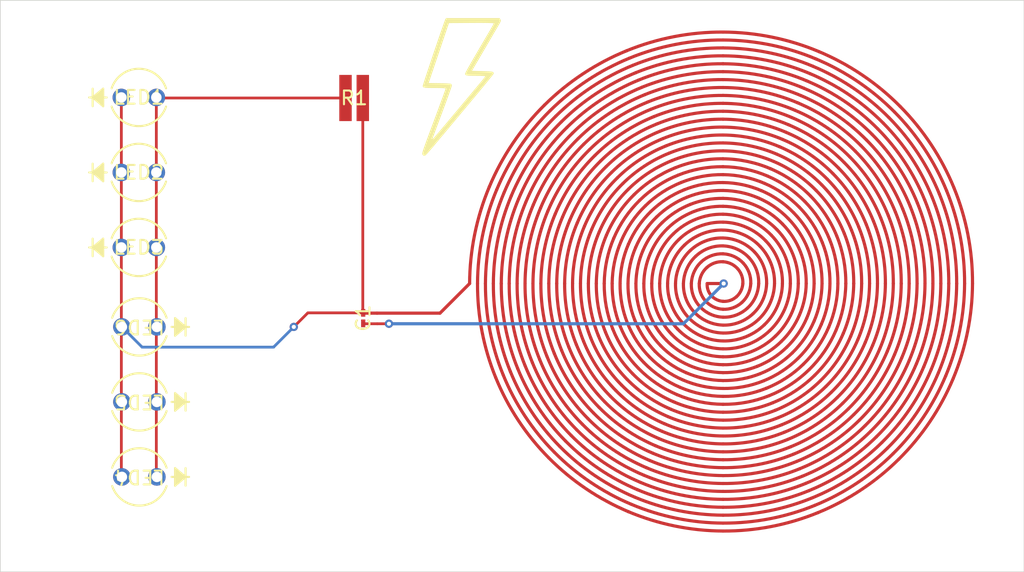
<source format=kicad_pcb>
(kicad_pcb (version 20240108) (generator "pcbnew") (generator_version "8.0")
  (layers (0 "F.Cu" signal) (31 "B.Cu" signal) (34 "B.Paste" user) (35 "F.Paste" user) (36 "B.SilkS" user "B.Silkscreen") (37 "F.SilkS" user "F.Silkscreen") (38 "B.Mask" user) (39 "F.Mask" user) (44 "Edge.Cuts" user))
  (net 0 "")
  (net 1 "/Coil")
  (net 2 "Net-(LED1-Pad2)")
  (footprint "LOGO" (layer "F.Cu") (at 135.19 58.58)
    (property "Reference" "G***" (hide yes))
    (property "Value" "LOGO" (hide yes))
  )
  (footprint "wireless-power-footprints:LED_BS03000_WRE" (layer "F.Cu") (at 110.50025 70.23)
    (property "Reference" "LED3")
    (property "Value" "151034BS03000")
  )
  (footprint "wireless-power-footprints:LED_BS03000_WRE" (layer "F.Cu") (at 113.08 76 180)
    (property "Reference" "LED6")
    (property "Value" "151034BS03000")
  )
  (footprint "wireless-power-footprints:LED_BS03000_WRE" (layer "F.Cu") (at 113.08 81.445 180)
    (property "Reference" "LED5")
    (property "Value" "151034BS03000")
  )
  (footprint "wireless-power-footprints:LED_BS03000_WRE" (layer "F.Cu") (at 110.50025 64.785)
    (property "Reference" "LED2")
    (property "Value" "151034BS03000")
  )
  (footprint "wireless-power-footprints:LED_BS03000_WRE" (layer "F.Cu") (at 113.08 86.89 180)
    (property "Reference" "LED4")
    (property "Value" "151034BS03000")
  )
  (footprint "wireless-power-footprints:LED_BS03000_WRE" (layer "F.Cu") (at 110.50025 59.34)
    (property "Reference" "LED1")
    (property "Value" "151034BS03000")
  )
  (footprint "wireless-power-footprints:RES_R1632_ROM" (layer "F.Cu") (at 127.4021 59.38)
    (property "Reference" "R1")
    (property "Value" "20")
  )
  (footprint "wireless-power-footprints:G-033_MUR" (layer "F.Cu") (at 128.06 75.36 90)
    (property "Reference" "C1")
    (property "Value" "100nF")
  )
  (gr_curve (pts (xy 148.945232 60.200115) (xy 147.284275 60.874015) (xy 145.756351 61.879736) (xy 144.477746 63.142746)) (stroke (width 0.23)) (layer "F.Cu") (net 1))
  (gr_curve (pts (xy 147.730441 66.395441) (xy 146.876555 67.231479) (xy 146.188096 68.239029) (xy 145.718505 69.343063)) (stroke (width 0.23)) (layer "F.Cu") (net 1))
  (gr_curve (pts (xy 147.628792 79.406208) (xy 148.478125 80.273399) (xy 149.501625 80.972519) (xy 150.623059 81.449297)) (stroke (width 0.23)) (layer "F.Cu") (net 1))
  (gr_curve (pts (xy 154.185 63.79375) (xy 152.999465 63.781134) (xy 151.809606 64.00489) (xy 150.705572 64.449917)) (stroke (width 0.23)) (layer "F.Cu") (net 1))
  (gr_curve (pts (xy 158.911569 68.123431) (xy 158.301632 67.495887) (xy 157.56516 66.988565) (xy 156.756757 66.641242)) (stroke (width 0.23)) (layer "F.Cu") (net 1))
  (gr_curve (pts (xy 160.414964 87.890505) (xy 162.388927 87.087) (xy 164.203892 85.889505) (xy 165.721915 84.386915)) (stroke (width 0.23)) (layer "F.Cu") (net 1))
  (gr_curve (pts (xy 165.416946 61.618054) (xy 163.955837 60.138475) (xy 162.198809 58.949145) (xy 160.277436 58.1415)) (stroke (width 0.23)) (layer "F.Cu") (net 1))
  (gr_curve (pts (xy 167.043265 59.991735) (xy 165.369383 58.29905) (xy 163.357216 56.93929) (xy 161.157611 56.016645)) (stroke (width 0.23)) (layer "F.Cu") (net 1))
  (gr_curve (pts (xy 156.756757 66.641242) (xy 155.948744 66.29308) (xy 155.069495 66.105262) (xy 154.185 66.09375)) (stroke (width 0.23)) (layer "F.Cu") (net 1))
  (gr_curve (pts (xy 138.281305 66.262466) (xy 137.40673 68.339378) (xy 136.94581 70.591756) (xy 136.935 72.85)) (stroke (width 0.23)) (layer "F.Cu") (net 1))
  (gr_curve (pts (xy 155.557226 74.222226) (xy 155.935231 73.881259) (xy 156.175512 73.377982) (xy 156.1975 72.85)) (stroke (width 0.23)) (layer "F.Cu") (net 1))
  (gr_curve (pts (xy 148.37466 70.44328) (xy 148.048128 71.19914) (xy 147.871546 72.021961) (xy 147.86 72.85)) (stroke (width 0.23)) (layer "F.Cu") (net 1))
  (gr_curve (pts (xy 151.585747 66.574841) (xy 150.759507 66.903591) (xy 149.997011 67.397838) (xy 149.356782 68.021782)) (stroke (width 0.23)) (layer "F.Cu") (net 1))
  (gr_curve (pts (xy 154.185 58.61875) (xy 152.321989 58.605755) (xy 150.454975 58.96421) (xy 148.725179 59.668815)) (stroke (width 0.23)) (layer "F.Cu") (net 1))
  (gr_curve (pts (xy 143.593592 68.462888) (xy 143.00746 69.84451) (xy 142.696178 71.344489) (xy 142.685 72.85)) (stroke (width 0.23)) (layer "F.Cu") (net 1))
  (gr_curve (pts (xy 154.185 85.06875) (xy 155.784547 85.08163) (xy 157.388221 84.7755) (xy 158.874665 84.171854)) (stroke (width 0.23)) (layer "F.Cu") (net 1))
  (gr_curve (pts (xy 161.389819 69.865669) (xy 161.010721 68.917702) (xy 160.441885 68.043586) (xy 159.724734 67.310266)) (stroke (width 0.23)) (layer "F.Cu") (net 1))
  (gr_curve (pts (xy 163.979562 76.907039) (xy 164.522419 75.629711) (xy 164.811253 74.242593) (xy 164.8225 72.85)) (stroke (width 0.23)) (layer "F.Cu") (net 1))
  (gr_curve (pts (xy 154.185 60.34375) (xy 152.547814 60.33087) (xy 150.906523 60.644475) (xy 149.385314 61.262485)) (stroke (width 0.23)) (layer "F.Cu") (net 1))
  (gr_curve (pts (xy 148.9502 67.6152) (xy 148.256083 68.291641) (xy 147.695481 69.107831) (xy 147.312197 70.003198)) (stroke (width 0.23)) (layer "F.Cu") (net 1))
  (gr_curve (pts (xy 140.87099 78.364825) (xy 141.581 80.112722) (xy 142.63992 81.720376) (xy 143.969516 83.065484)) (stroke (width 0.23)) (layer "F.Cu") (net 1))
  (gr_curve (pts (xy 139.27732 79.02496) (xy 140.07358 80.981535) (xy 141.26038 82.780549) (xy 142.749757 84.285243)) (stroke (width 0.23)) (layer "F.Cu") (net 1))
  (gr_curve (pts (xy 154.185 78.16875) (xy 155.579019 78.198524) (xy 156.984169 77.648306) (xy 157.996744 76.661744)) (stroke (width 0.23)) (layer "F.Cu") (net 1))
  (gr_curve (pts (xy 159.724734 67.310266) (xy 159.008399 66.576198) (xy 158.144369 65.983638) (xy 157.196839 65.57878)) (stroke (width 0.23)) (layer "F.Cu") (net 1))
  (gr_curve (pts (xy 160.792187 75.586781) (xy 161.161981 74.726628) (xy 161.361012 73.790951) (xy 161.3725 72.85)) (stroke (width 0.23)) (layer "F.Cu") (net 1))
  (gr_curve (pts (xy 141.93658 85.09842) (xy 143.530699 86.71118) (xy 145.447185 88.007) (xy 147.542451 88.88652)) (stroke (width 0.23)) (layer "F.Cu") (net 1))
  (gr_curve (pts (xy 146.409034 80.625966) (xy 147.417963 81.652928) (xy 148.632811 82.479904) (xy 149.962924 83.04299)) (stroke (width 0.23)) (layer "F.Cu") (net 1))
  (gr_curve (pts (xy 147.312197 70.003198) (xy 146.927982 70.898117) (xy 146.721465 71.871412) (xy 146.71 72.85)) (stroke (width 0.23)) (layer "F.Cu") (net 1))
  (gr_curve (pts (xy 168.295845 67.005114) (xy 167.54271 65.152877) (xy 166.41985 63.449544) (xy 165.010364 62.024636)) (stroke (width 0.23)) (layer "F.Cu") (net 1))
  (gr_curve (pts (xy 147.777028 75.504269) (xy 148.112977 76.347898) (xy 148.617873 77.126333) (xy 149.255146 77.779854)) (stroke (width 0.23)) (layer "F.Cu") (net 1))
  (gr_curve (pts (xy 150.925612 64.981148) (xy 149.890704 65.396206) (xy 148.936848 66.01831) (xy 148.137024 66.802024)) (stroke (width 0.23)) (layer "F.Cu") (net 1))
  (gr_curve (pts (xy 148.065056 58.075145) (xy 146.125869 58.86416) (xy 144.342806 60.04038) (xy 142.851405 61.516405)) (stroke (width 0.23)) (layer "F.Cu") (net 1))
  (gr_curve (pts (xy 154.185 82.76875) (xy 155.483453 82.781423) (xy 156.786162 82.535219) (xy 157.99449 82.04693)) (stroke (width 0.23)) (layer "F.Cu") (net 1))
  (gr_curve (pts (xy 154.185 89.09375) (xy 156.311465 89.10686) (xy 158.441828 88.69608) (xy 160.414964 87.890505)) (stroke (width 0.23)) (layer "F.Cu") (net 1))
  (gr_curve (pts (xy 145.697506 64.362506) (xy 144.577348 65.464539) (xy 143.675794 66.791006) (xy 143.062361 68.242847)) (stroke (width 0.23)) (layer "F.Cu") (net 1))
  (gr_curve (pts (xy 165.108436 68.325371) (xy 164.52795 66.890481) (xy 163.66077 65.569868) (xy 162.570846 64.464154)) (stroke (width 0.23)) (layer "F.Cu") (net 1))
  (gr_curve (pts (xy 143.562933 83.472067) (xy 144.944244 84.87187) (xy 146.605603 85.997145) (xy 148.422626 86.76155)) (stroke (width 0.23)) (layer "F.Cu") (net 1))
  (gr_curve (pts (xy 141.468645 67.582724) (xy 140.767145 69.242462) (xy 140.39604 71.043396) (xy 140.385 72.85)) (stroke (width 0.23)) (layer "F.Cu") (net 1))
  (gr_curve (pts (xy 160.194923 87.359205) (xy 162.099335 86.584565) (xy 163.850509 85.429735) (xy 165.315298 83.980298)) (stroke (width 0.23)) (layer "F.Cu") (net 1))
  (gr_curve (pts (xy 162.977429 64.057571) (xy 161.835502 62.897474) (xy 160.461194 61.963951) (xy 158.957178 61.328955)) (stroke (width 0.23)) (layer "F.Cu") (net 1))
  (gr_curve (pts (xy 158.403338 77.068338) (xy 159.530499 75.984233) (xy 160.204778 74.433194) (xy 160.2225 72.85)) (stroke (width 0.23)) (layer "F.Cu") (net 1))
  (gr_curve (pts (xy 160.855057 88.952875) (xy 162.968137 88.091985) (xy 164.910671 86.809275) (xy 166.53508 85.20008)) (stroke (width 0.23)) (layer "F.Cu") (net 1))
  (gr_curve (pts (xy 143.062361 68.242847) (xy 142.44741 69.693998) (xy 142.121155 71.269222) (xy 142.11 72.85)) (stroke (width 0.23)) (layer "F.Cu") (net 1))
  (gr_curve (pts (xy 154.185 59.19375) (xy 152.397267 59.18087) (xy 150.605487 59.52426) (xy 148.945232 60.200115)) (stroke (width 0.23)) (layer "F.Cu") (net 1))
  (gr_curve (pts (xy 166.2301 60.8049) (xy 164.662615 59.218705) (xy 162.778007 57.944275) (xy 160.717529 57.07913)) (stroke (width 0.23)) (layer "F.Cu") (net 1))
  (gr_curve (pts (xy 142.34322 84.69178) (xy 143.884082 86.251295) (xy 145.73679 87.504565) (xy 147.762492 88.355335)) (stroke (width 0.23)) (layer "F.Cu") (net 1))
  (gr_curve (pts (xy 143.969516 83.065484) (xy 145.297639 84.411985) (xy 146.895196 85.49471) (xy 148.642667 86.230365)) (stroke (width 0.23)) (layer "F.Cu") (net 1))
  (gr_curve (pts (xy 164.577205 68.545412) (xy 164.025493 67.180086) (xy 163.200931 65.923251) (xy 162.164263 64.870737)) (stroke (width 0.23)) (layer "F.Cu") (net 1))
  (gr_curve (pts (xy 172.2975 72.85) (xy 172.310725 70.478895) (xy 171.8513 68.104007) (xy 170.952 65.904897)) (stroke (width 0.23)) (layer "F.Cu") (net 1))
  (gr_curve (pts (xy 149.522842 84.105452) (xy 150.991369 84.72766) (xy 152.585396 85.057595) (xy 154.185 85.06875)) (stroke (width 0.23)) (layer "F.Cu") (net 1))
  (gr_curve (pts (xy 158.517096 62.391394) (xy 157.152863 61.812484) (xy 155.671685 61.504939) (xy 154.185 61.49375)) (stroke (width 0.23)) (layer "F.Cu") (net 1))
  (gr_curve (pts (xy 154.185 56.31875) (xy 152.020896 56.30564) (xy 149.852915 56.723895) (xy 147.845016 57.54396)) (stroke (width 0.23)) (layer "F.Cu") (net 1))
  (gr_curve (pts (xy 165.010364 62.024636) (xy 163.602442 60.598245) (xy 161.909205 59.451695) (xy 160.057394 58.6728)) (stroke (width 0.23)) (layer "F.Cu") (net 1))
  (gr_curve (pts (xy 163.384023 63.650977) (xy 162.188897 62.437636) (xy 160.750787 61.461481) (xy 159.177231 60.797655)) (stroke (width 0.23)) (layer "F.Cu") (net 1))
  (gr_curve (pts (xy 136.36 72.85) (xy 136.346775 75.183465) (xy 136.798725 77.520736) (xy 137.68365 79.685082)) (stroke (width 0.23)) (layer "F.Cu") (net 1))
  (gr_curve (pts (xy 154.185 66.09375) (xy 153.300556 66.081295) (xy 152.411666 66.245193) (xy 151.585747 66.574841)) (stroke (width 0.23)) (layer "F.Cu") (net 1))
  (gr_curve (pts (xy 152.914422 74.120578) (xy 153.228847 74.471822) (xy 153.694704 74.696612) (xy 154.185 74.71875)) (stroke (width 0.23)) (layer "F.Cu") (net 1))
  (gr_curve (pts (xy 166.635705 78.007255) (xy 167.32283 76.382282) (xy 167.68646 74.618964) (xy 167.6975 72.85)) (stroke (width 0.23)) (layer "F.Cu") (net 1))
  (gr_curve (pts (xy 154.185 70.11875) (xy 153.469339 70.091725) (xy 152.737748 70.362941) (xy 152.202895 70.867895)) (stroke (width 0.23)) (layer "F.Cu") (net 1))
  (gr_curve (pts (xy 148.862708 85.69918) (xy 150.539834 86.40781) (xy 152.359582 86.78271) (xy 154.185 86.79375)) (stroke (width 0.23)) (layer "F.Cu") (net 1))
  (gr_curve (pts (xy 164.908715 83.573715) (xy 166.321755 82.179099) (xy 167.457725 80.501801) (xy 168.229375 78.66739)) (stroke (width 0.23)) (layer "F.Cu") (net 1))
  (gr_curve (pts (xy 165.823575 61.211425) (xy 164.309221 59.67859) (xy 162.488402 58.44671) (xy 160.497488 57.610315)) (stroke (width 0.23)) (layer "F.Cu") (net 1))
  (gr_curve (pts (xy 160.858588 70.08571) (xy 160.508252 69.207306) (xy 159.982047 68.39697) (xy 159.318151 67.716849)) (stroke (width 0.23)) (layer "F.Cu") (net 1))
  (gr_curve (pts (xy 154.185 90.81875) (xy 156.53729 90.831975) (xy 158.893364 90.37623) (xy 161.075099 89.484175)) (stroke (width 0.23)) (layer "F.Cu") (net 1))
  (gr_curve (pts (xy 139.34379 66.702549) (xy 138.52683 68.640402) (xy 138.09581 70.742303) (xy 138.085 72.85)) (stroke (width 0.23)) (layer "F.Cu") (net 1))
  (gr_curve (pts (xy 159.0725 72.85) (xy 159.101813 71.56905) (xy 158.598102 70.276151) (xy 157.69181 69.34319)) (stroke (width 0.23)) (layer "F.Cu") (net 1))
  (gr_curve (pts (xy 155.96382 74.62882) (xy 156.448833 74.181689) (xy 156.751121 73.528727) (xy 156.7725 72.85)) (stroke (width 0.23)) (layer "F.Cu") (net 1))
  (gr_curve (pts (xy 146.183334 76.164392) (xy 146.605591 77.2167) (xy 147.238356 78.186506) (xy 148.035375 78.999625)) (stroke (width 0.23)) (layer "F.Cu") (net 1))
  (gr_curve (pts (xy 158.737137 61.860163) (xy 157.303375 61.252365) (xy 155.746965 60.929905) (xy 154.185 60.91875)) (stroke (width 0.23)) (layer "F.Cu") (net 1))
  (gr_curve (pts (xy 169.889515 66.344979) (xy 169.05013 64.284064) (xy 167.79939 62.38937) (xy 166.2301 60.8049)) (stroke (width 0.23)) (layer "F.Cu") (net 1))
  (gr_curve (pts (xy 162.983512 69.205535) (xy 162.518107 68.048899) (xy 161.821414 66.983413) (xy 160.944505 66.090495)) (stroke (width 0.23)) (layer "F.Cu") (net 1))
  (gr_curve (pts (xy 154.185 68.96875) (xy 153.167849 68.940506) (xy 152.136896 69.335715) (xy 151.389718 70.054718)) (stroke (width 0.23)) (layer "F.Cu") (net 1))
  (gr_curve (pts (xy 148.422626 86.76155) (xy 150.238798 87.528025) (xy 152.209036 87.932825) (xy 154.185 87.94375)) (stroke (width 0.23)) (layer "F.Cu") (net 1))
  (gr_curve (pts (xy 156.976797 66.110011) (xy 156.099256 65.732995) (xy 155.144769 65.530227) (xy 154.185 65.51875)) (stroke (width 0.23)) (layer "F.Cu") (net 1))
  (gr_curve (pts (xy 167.1225 72.85) (xy 167.13538 71.15636) (xy 166.81062 69.458639) (xy 166.170875 67.885277)) (stroke (width 0.23)) (layer "F.Cu") (net 1))
  (gr_curve (pts (xy 142.11 72.85) (xy 142.09712 74.430732) (xy 142.399455 76.015593) (xy 142.995949 77.484649)) (stroke (width 0.23)) (layer "F.Cu") (net 1))
  (gr_curve (pts (xy 158.809921 77.474921) (xy 159.424158 76.878277) (xy 159.92082 76.157768) (xy 160.260956 75.366741)) (stroke (width 0.23)) (layer "F.Cu") (net 1))
  (gr_curve (pts (xy 162.87578 81.54078) (xy 164.022572 80.412158) (xy 164.945435 79.05379) (xy 165.573254 77.567173)) (stroke (width 0.23)) (layer "F.Cu") (net 1))
  (gr_curve (pts (xy 147.404922 56.481475) (xy 145.257067 57.356855) (xy 143.282644 58.66084) (xy 141.6316 60.2966)) (stroke (width 0.23)) (layer "F.Cu") (net 1))
  (gr_curve (pts (xy 148.285097 58.60633) (xy 146.415474 59.36671) (xy 144.696189 60.500265) (xy 143.257988 61.922988)) (stroke (width 0.23)) (layer "F.Cu") (net 1))
  (gr_curve (pts (xy 141.40229 78.144784) (xy 142.083435 79.823117) (xy 143.099782 81.366992) (xy 144.376098 82.658902)) (stroke (width 0.23)) (layer "F.Cu") (net 1))
  (gr_curve (pts (xy 160.842856 79.507856) (xy 161.723365 78.645218) (xy 162.433134 77.605779) (xy 162.9171 76.466957)) (stroke (width 0.23)) (layer "F.Cu") (net 1))
  (gr_curve (pts (xy 148.035375 78.999625) (xy 148.83152 79.813561) (xy 149.791229 80.470049) (xy 150.8431 80.918067)) (stroke (width 0.23)) (layer "F.Cu") (net 1))
  (gr_curve (pts (xy 139.80862 78.804919) (xy 140.576015 80.69193) (xy 141.720265 82.427154) (xy 143.156339 83.878661)) (stroke (width 0.23)) (layer "F.Cu") (net 1))
  (gr_curve (pts (xy 170.88553 79.767607) (xy 171.803345 77.586402) (xy 172.286805 75.221162) (xy 172.2975 72.85)) (stroke (width 0.23)) (layer "F.Cu") (net 1))
  (gr_curve (pts (xy 160.497488 57.610315) (xy 158.507482 56.77185) (xy 156.349151 56.32956) (xy 154.185 56.31875)) (stroke (width 0.23)) (layer "F.Cu") (net 1))
  (gr_curve (pts (xy 168.82703 66.785061) (xy 168.045145 64.863273) (xy 166.87962 63.096148) (xy 165.416946 61.618054)) (stroke (width 0.23)) (layer "F.Cu") (net 1))
  (gr_curve (pts (xy 144.656054 68.902982) (xy 144.127617 70.145545) (xy 143.846258 71.495047) (xy 143.835 72.85)) (stroke (width 0.23)) (layer "F.Cu") (net 1))
  (gr_curve (pts (xy 150.045437 62.856224) (xy 148.732287 63.386363) (xy 147.523291 64.178942) (xy 146.510682 65.175682)) (stroke (width 0.23)) (layer "F.Cu") (net 1))
  (gr_curve (pts (xy 150.623059 81.449297) (xy 151.743941 81.927261) (xy 152.961768 82.182411) (xy 154.185 82.19375)) (stroke (width 0.23)) (layer "F.Cu") (net 1))
  (gr_curve (pts (xy 164.045974 68.765453) (xy 163.523023 67.46969) (xy 162.741092 66.276646) (xy 161.757669 65.277331)) (stroke (width 0.23)) (layer "F.Cu") (net 1))
  (gr_curve (pts (xy 137.750005 66.042426) (xy 136.84668 68.188855) (xy 136.370695 70.516477) (xy 136.36 72.85)) (stroke (width 0.23)) (layer "F.Cu") (net 1))
  (gr_curve (pts (xy 164.095539 82.760539) (xy 165.402089 81.47232) (xy 166.452855 79.922592) (xy 167.167005 78.227297)) (stroke (width 0.23)) (layer "F.Cu") (net 1))
  (gr_curve (pts (xy 160.93757 56.54783) (xy 158.808518 55.651635) (xy 156.499697 55.17956) (xy 154.185 55.16875)) (stroke (width 0.23)) (layer "F.Cu") (net 1))
  (gr_curve (pts (xy 145.187285 69.123022) (xy 144.68769 70.296057) (xy 144.421304 71.570314) (xy 144.41 72.85)) (stroke (width 0.23)) (layer "F.Cu") (net 1))
  (gr_curve (pts (xy 145.595857 81.439143) (xy 146.711184 82.572606) (xy 148.053614 83.48482) (xy 149.522842 84.105452)) (stroke (width 0.23)) (layer "F.Cu") (net 1))
  (gr_curve (pts (xy 154.185 75.29375) (xy 154.825289 75.320465) (xy 155.482039 75.080252) (xy 155.96382 74.62882)) (stroke (width 0.23)) (layer "F.Cu") (net 1))
  (gr_curve (pts (xy 142.851405 61.516405) (xy 141.358475 62.99082) (xy 140.158565 64.763798) (xy 139.34379 66.702549)) (stroke (width 0.23)) (layer "F.Cu") (net 1))
  (gr_curve (pts (xy 154.185 84.49375) (xy 155.709279 84.506515) (xy 157.237709 84.215438) (xy 158.654624 83.640623)) (stroke (width 0.23)) (layer "F.Cu") (net 1))
  (gr_curve (pts (xy 165.315298 83.980298) (xy 166.78164 82.532482) (xy 167.96016 80.791405) (xy 168.760675 78.887431)) (stroke (width 0.23)) (layer "F.Cu") (net 1))
  (gr_curve (pts (xy 166.10452 77.787215) (xy 166.762665 76.23177) (xy 167.11146 74.543685) (xy 167.1225 72.85)) (stroke (width 0.23)) (layer "F.Cu") (net 1))
  (gr_curve (pts (xy 151.805788 67.106072) (xy 151.049111 67.40605) (xy 150.350394 67.857678) (xy 149.763376 68.428376)) (stroke (width 0.23)) (layer "F.Cu") (net 1))
  (gr_curve (pts (xy 144.05841 77.044568) (xy 144.595748 78.375106) (xy 145.398989 79.600052) (xy 146.409034 80.625966)) (stroke (width 0.23)) (layer "F.Cu") (net 1))
  (gr_curve (pts (xy 146.1041 64.7691) (xy 145.037199 65.817923) (xy 144.178252 67.080611) (xy 143.593592 68.462888)) (stroke (width 0.23)) (layer "F.Cu") (net 1))
  (gr_curve (pts (xy 169.29186 79.107472) (xy 170.123195 77.134854) (xy 170.56169 74.995337) (xy 170.5725 72.85)) (stroke (width 0.23)) (layer "F.Cu") (net 1))
  (gr_curve (pts (xy 162.469197 81.134197) (xy 163.562733 80.058775) (xy 164.442977 78.764185) (xy 165.042023 77.347133)) (stroke (width 0.23)) (layer "F.Cu") (net 1))
  (gr_curve (pts (xy 159.397271 60.26647) (xy 157.75491 59.572215) (xy 155.972778 59.20479) (xy 154.185 59.19375)) (stroke (width 0.23)) (layer "F.Cu") (net 1))
  (gr_curve (pts (xy 148.202585 87.29285) (xy 150.088286 88.088075) (xy 152.133756 88.507825) (xy 154.185 88.51875)) (stroke (width 0.23)) (layer "F.Cu") (net 1))
  (gr_curve (pts (xy 146.714565 75.944351) (xy 147.108049 76.927095) (xy 147.698195 77.833111) (xy 148.441969 78.593031)) (stroke (width 0.23)) (layer "F.Cu") (net 1))
  (gr_curve (pts (xy 157.183579 75.848579) (xy 157.989671 75.082955) (xy 158.47795 73.980961) (xy 158.4975 72.85)) (stroke (width 0.23)) (layer "F.Cu") (net 1))
  (gr_curve (pts (xy 154.185 83.34375) (xy 155.558721 83.356469) (xy 156.936686 83.095293) (xy 158.214543 82.578161)) (stroke (width 0.23)) (layer "F.Cu") (net 1))
  (gr_curve (pts (xy 144.477746 63.142746) (xy 143.197831 64.404366) (xy 142.16842 65.922205) (xy 141.468645 67.582724)) (stroke (width 0.23)) (layer "F.Cu") (net 1))
  (gr_curve (pts (xy 160.944505 66.090495) (xy 160.068573 65.196681) (xy 159.013183 64.476252) (xy 157.856961 63.985087)) (stroke (width 0.23)) (layer "F.Cu") (net 1))
  (gr_curve (pts (xy 161.3725 72.85) (xy 161.384989 71.9091) (xy 161.209867 70.96377) (xy 160.858588 70.08571)) (stroke (width 0.23)) (layer "F.Cu") (net 1))
  (gr_curve (pts (xy 148.505139 59.13763) (xy 146.705078 59.869145) (xy 145.049584 60.960035) (xy 143.664582 62.329582)) (stroke (width 0.23)) (layer "F.Cu") (net 1))
  (gr_curve (pts (xy 161.351087 65.683913) (xy 160.421956 64.736842) (xy 159.302776 63.973794) (xy 158.077014 63.453856)) (stroke (width 0.23)) (layer "F.Cu") (net 1))
  (gr_curve (pts (xy 154.185 75.86875) (xy 154.976034 75.896074) (xy 155.782465 75.593865) (xy 156.370403 75.035403)) (stroke (width 0.23)) (layer "F.Cu") (net 1))
  (gr_curve (pts (xy 150.169959 68.834959) (xy 149.096307 69.86598) (xy 148.45302 71.342178) (xy 148.435 72.85)) (stroke (width 0.23)) (layer "F.Cu") (net 1))
  (gr_curve (pts (xy 155.25229 71.78271) (xy 154.99094 71.484984) (xy 154.599923 71.291198) (xy 154.185 71.26875)) (stroke (width 0.23)) (layer "F.Cu") (net 1))
  (gr_curve (pts (xy 150.26549 63.387455) (xy 149.021891 63.888821) (xy 147.876686 64.638793) (xy 146.917264 65.582264)) (stroke (width 0.23)) (layer "F.Cu") (net 1))
  (gr_curve (pts (xy 146.917264 65.582264) (xy 145.956877 66.524701) (xy 145.183179 67.65982) (xy 144.656054 68.902982)) (stroke (width 0.23)) (layer "F.Cu") (net 1))
  (gr_curve (pts (xy 137.51 72.85) (xy 137.49689 75.032919) (xy 137.91894 77.219712) (xy 138.746135 79.245001)) (stroke (width 0.23)) (layer "F.Cu") (net 1))
  (gr_curve (pts (xy 140.93746 67.362683) (xy 140.207095 69.091938) (xy 139.82104 70.968129) (xy 139.81 72.85)) (stroke (width 0.23)) (layer "F.Cu") (net 1))
  (gr_line (start 129.08 75.77) (end 128.08 75.77) (stroke (width 0.2)) (layer "F.Cu") (net 1))
  (gr_curve (pts (xy 154.185 85.64375) (xy 155.859825 85.65663) (xy 157.538733 85.33555) (xy 159.094706 84.70305)) (stroke (width 0.23)) (layer "F.Cu") (net 1))
  (gr_curve (pts (xy 149.255146 77.779854) (xy 149.891682 78.434032) (xy 150.660032 78.962664) (xy 151.503223 79.324373)) (stroke (width 0.23)) (layer "F.Cu") (net 1))
  (gr_curve (pts (xy 158.654624 83.640623) (xy 160.072114 83.067336) (xy 161.37679 82.210816) (xy 162.469197 81.134197)) (stroke (width 0.23)) (layer "F.Cu") (net 1))
  (gr_curve (pts (xy 160.717529 57.07913) (xy 158.657994 56.2118) (xy 156.42443 55.75456) (xy 154.185 55.74375)) (stroke (width 0.23)) (layer "F.Cu") (net 1))
  (gr_curve (pts (xy 157.69181 69.34319) (xy 156.793488 68.403318) (xy 155.504395 67.837529) (xy 154.185 67.81875)) (stroke (width 0.23)) (layer "F.Cu") (net 1))
  (gr_curve (pts (xy 157.554408 80.984467) (xy 158.624104 80.555023) (xy 159.609849 79.911609) (xy 160.436262 79.101262)) (stroke (width 0.23)) (layer "F.Cu") (net 1))
  (gr_curve (pts (xy 154.185 87.94375) (xy 156.160919 87.956745) (xy 158.140793 87.575865) (xy 159.974882 86.82802)) (stroke (width 0.23)) (layer "F.Cu") (net 1))
  (gr_curve (pts (xy 158.098393 68.936607) (xy 157.093913 67.889705) (xy 155.655137 67.26192) (xy 154.185 67.24375)) (stroke (width 0.23)) (layer "F.Cu") (net 1))
  (gr_curve (pts (xy 166.5475 72.85) (xy 166.56038 71.23164) (xy 166.25057 69.60915) (xy 165.639667 68.105318)) (stroke (width 0.23)) (layer "F.Cu") (net 1))
  (gr_curve (pts (xy 144.124823 68.682941) (xy 143.567544 69.995033) (xy 143.271224 71.419768) (xy 143.26 72.85)) (stroke (width 0.23)) (layer "F.Cu") (net 1))
  (gr_curve (pts (xy 157.114326 79.922005) (xy 158.044895 79.550107) (xy 158.903071 78.99192) (xy 159.623097 78.288097)) (stroke (width 0.23)) (layer "F.Cu") (net 1))
  (gr_curve (pts (xy 156.370403 75.035403) (xy 156.962446 74.482115) (xy 157.326731 73.679472) (xy 157.3475 72.85)) (stroke (width 0.23)) (layer "F.Cu") (net 1))
  (gr_curve (pts (xy 141.6316 60.2966) (xy 139.978935 61.930658) (xy 138.651145 63.894984) (xy 137.750005 66.042426)) (stroke (width 0.23)) (layer "F.Cu") (net 1))
  (gr_curve (pts (xy 151.389718 70.054718) (xy 150.637135 70.767258) (xy 150.179849 71.794412) (xy 150.16 72.85)) (stroke (width 0.23)) (layer "F.Cu") (net 1))
  (gr_curve (pts (xy 145.120872 76.604485) (xy 145.600664 77.795909) (xy 146.318666 78.893273) (xy 147.22221 79.81279)) (stroke (width 0.23)) (layer "F.Cu") (net 1))
  (gr_curve (pts (xy 154.185 65.51875) (xy 153.225281 65.50625) (xy 152.261142 65.68512) (xy 151.365695 66.04361)) (stroke (width 0.23)) (layer "F.Cu") (net 1))
  (gr_curve (pts (xy 156.878634 70.156366) (xy 156.192635 69.430544) (xy 155.202902 68.98876) (xy 154.185 68.96875)) (stroke (width 0.23)) (layer "F.Cu") (net 1))
  (gr_curve (pts (xy 167.6975 72.85) (xy 167.71038 71.081082) (xy 167.37067 69.308115) (xy 166.702175 67.665236)) (stroke (width 0.23)) (layer "F.Cu") (net 1))
  (gr_curve (pts (xy 138.085 72.85) (xy 138.07189 74.957651) (xy 138.47899 77.069189) (xy 139.27732 79.02496)) (stroke (width 0.23)) (layer "F.Cu") (net 1))
  (gr_curve (pts (xy 170.952 65.904897) (xy 170.055 63.704855) (xy 168.719045 61.682603) (xy 167.043265 59.991735)) (stroke (width 0.23)) (layer "F.Cu") (net 1))
  (gr_curve (pts (xy 159.5348 85.765535) (xy 161.230521 85.077145) (xy 162.790335 84.050184) (xy 164.095539 82.760539)) (stroke (width 0.23)) (layer "F.Cu") (net 1))
  (gr_curve (pts (xy 144.884341 63.549341) (xy 143.65767 64.75776) (xy 142.670855 66.211809) (xy 141.999945 67.802765)) (stroke (width 0.23)) (layer "F.Cu") (net 1))
  (gr_curve (pts (xy 154.185 59.76875) (xy 152.472547 59.75587) (xy 150.75601 60.084425) (xy 149.165273 60.7313)) (stroke (width 0.23)) (layer "F.Cu") (net 1))
  (gr_curve (pts (xy 156.7725 72.85) (xy 156.799364 72.172024) (xy 156.543662 71.477854) (xy 156.065457 70.969543)) (stroke (width 0.23)) (layer "F.Cu") (net 1))
  (gr_curve (pts (xy 144.41 72.85) (xy 144.397338 74.129628) (xy 144.639805 75.413534) (xy 145.120872 76.604485)) (stroke (width 0.23)) (layer "F.Cu") (net 1))
  (gr_curve (pts (xy 154.185 83.91875) (xy 155.634 83.931503) (xy 157.087197 83.655365) (xy 158.434584 83.109392)) (stroke (width 0.23)) (layer "F.Cu") (net 1))
  (gr_curve (pts (xy 138.66 72.85) (xy 138.64689 74.882372) (xy 139.03904 76.918677) (xy 139.80862 78.804919)) (stroke (width 0.23)) (layer "F.Cu") (net 1))
  (gr_curve (pts (xy 146.815616 80.219384) (xy 147.771346 81.193089) (xy 148.922416 81.977435) (xy 150.182966 82.511759)) (stroke (width 0.23)) (layer "F.Cu") (net 1))
  (gr_curve (pts (xy 143.156339 83.878661) (xy 144.590861 85.33164) (xy 146.315999 86.49958) (xy 148.202585 87.29285)) (stroke (width 0.23)) (layer "F.Cu") (net 1))
  (gr_curve (pts (xy 142.444765 61.109765) (xy 140.89859 62.637436) (xy 139.65613 64.474194) (xy 138.81249 66.482508)) (stroke (width 0.23)) (layer "F.Cu") (net 1))
  (gr_curve (pts (xy 161.854649 76.026875) (xy 162.282127 75.027663) (xy 162.511092 73.941498) (xy 162.5225 72.85)) (stroke (width 0.23)) (layer "F.Cu") (net 1))
  (gr_curve (pts (xy 153.321004 73.713996) (xy 153.529272 73.958215) (xy 153.845449 74.121003) (xy 154.185 74.14375)) (stroke (width 0.23)) (layer "F.Cu") (net 1))
  (gr_curve (pts (xy 154.185 58.04375) (xy 152.246721 58.030755) (xy 150.304463 58.40416) (xy 148.505139 59.13763)) (stroke (width 0.23)) (layer "F.Cu") (net 1))
  (gr_curve (pts (xy 167.69819 78.447338) (xy 168.44293 76.683318) (xy 168.836575 74.769511) (xy 168.8475 72.85)) (stroke (width 0.23)) (layer "F.Cu") (net 1))
  (gr_curve (pts (xy 154.185 67.81875) (xy 152.866364 67.789287) (xy 151.536044 68.3085) (xy 150.576542 69.241542)) (stroke (width 0.23)) (layer "F.Cu") (net 1))
  (gr_curve (pts (xy 142.03824 60.70324) (xy 140.43882 62.284042) (xy 139.15358 64.184589) (xy 138.281305 66.262466)) (stroke (width 0.23)) (layer "F.Cu") (net 1))
  (gr_curve (pts (xy 154.185 55.74375) (xy 151.945628 55.730525) (xy 149.702403 56.163845) (xy 147.624975 57.01266)) (stroke (width 0.23)) (layer "F.Cu") (net 1))
  (gr_curve (pts (xy 149.082749 85.16788) (xy 150.690345 85.84776) (xy 152.434849 86.20771) (xy 154.185 86.21875)) (stroke (width 0.23)) (layer "F.Cu") (net 1))
  (gr_curve (pts (xy 154.185 64.94375) (xy 153.150007 64.931215) (xy 152.11063 65.125048) (xy 151.145654 65.512379)) (stroke (width 0.23)) (layer "F.Cu") (net 1))
  (gr_curve (pts (xy 144.589641 76.824526) (xy 145.098206 78.085501) (xy 145.858828 79.246668) (xy 146.815616 80.219384)) (stroke (width 0.23)) (layer "F.Cu") (net 1))
  (gr_curve (pts (xy 157.3475 72.85) (xy 157.374985 72.02128) (xy 157.057263 71.177429) (xy 156.472051 70.562949)) (stroke (width 0.23)) (layer "F.Cu") (net 1))
  (gr_curve (pts (xy 147.542451 88.88652) (xy 149.636738 89.76834) (xy 151.907931 90.23294) (xy 154.185 90.24375)) (stroke (width 0.23)) (layer "F.Cu") (net 1))
  (gr_curve (pts (xy 140.385 72.85) (xy 140.372005 74.656546) (xy 140.719305 76.467141) (xy 141.40229 78.144784)) (stroke (width 0.23)) (layer "F.Cu") (net 1))
  (gr_curve (pts (xy 146.71 72.85) (xy 146.6975 73.828537) (xy 146.880097 74.811486) (xy 147.245796 75.72431)) (stroke (width 0.23)) (layer "F.Cu") (net 1))
  (gr_curve (pts (xy 154.185 77.59375) (xy 155.428265 77.622903) (xy 156.683743 77.134693) (xy 157.590161 76.255161)) (stroke (width 0.23)) (layer "F.Cu") (net 1))
  (gr_curve (pts (xy 167.764545 67.225155) (xy 167.040275 65.442471) (xy 165.959965 63.802927) (xy 164.603782 62.431218)) (stroke (width 0.23)) (layer "F.Cu") (net 1))
  (gr_curve (pts (xy 149.356782 68.021782) (xy 148.715922 68.645025) (xy 148.197951 69.397435) (xy 147.843428 70.223239)) (stroke (width 0.23)) (layer "F.Cu") (net 1))
  (gr_curve (pts (xy 159.318151 67.716849) (xy 158.655016 67.036049) (xy 157.854765 66.486096) (xy 156.976797 66.110011)) (stroke (width 0.23)) (layer "F.Cu") (net 1))
  (gr_curve (pts (xy 147.184881 55.950175) (xy 144.967463 56.854305) (xy 142.929248 58.200955) (xy 141.225075 59.890075)) (stroke (width 0.23)) (layer "F.Cu") (net 1))
  (gr_curve (pts (xy 141.535 72.85) (xy 141.52212 74.506) (xy 141.839405 76.166106) (xy 142.464775 77.704702)) (stroke (width 0.23)) (layer "F.Cu") (net 1))
  (gr_curve (pts (xy 164.197188 62.837812) (xy 162.895675 61.517946) (xy 161.329996 60.456565) (xy 159.617312 59.735285)) (stroke (width 0.23)) (layer "F.Cu") (net 1))
  (gr_curve (pts (xy 164.2475 72.85) (xy 164.260184 71.532732) (xy 164.010232 70.21121) (xy 163.514743 68.985494)) (stroke (width 0.23)) (layer "F.Cu") (net 1))
  (gr_curve (pts (xy 156.674233 78.859543) (xy 157.465685 78.545179) (xy 158.196292 78.072242) (xy 158.809921 77.474921)) (stroke (width 0.23)) (layer "F.Cu") (net 1))
  (gr_curve (pts (xy 156.472051 70.562949) (xy 155.892221 69.944145) (xy 155.052157 69.564369) (xy 154.185 69.54375)) (stroke (width 0.23)) (layer "F.Cu") (net 1))
  (gr_curve (pts (xy 149.962924 83.04299) (xy 151.292405 83.607479) (xy 152.735954 83.907537) (xy 154.185 83.91875)) (stroke (width 0.23)) (layer "F.Cu") (net 1))
  (gr_curve (pts (xy 160.029679 78.694679) (xy 160.803675 77.93844) (xy 161.428206 77.02657) (xy 161.854649 76.026875)) (stroke (width 0.23)) (layer "F.Cu") (net 1))
  (gr_curve (pts (xy 165.639667 68.105318) (xy 165.030409 66.600888) (xy 164.120621 65.216472) (xy 162.977429 64.057571)) (stroke (width 0.23)) (layer "F.Cu") (net 1))
  (gr_curve (pts (xy 147.843428 70.223239) (xy 147.488055 71.048628) (xy 147.2965 71.946686) (xy 147.285 72.85)) (stroke (width 0.23)) (layer "F.Cu") (net 1))
  (gr_curve (pts (xy 157.63692 64.516318) (xy 156.550803 64.052776) (xy 155.370593 63.8051) (xy 154.185 63.79375)) (stroke (width 0.23)) (layer "F.Cu") (net 1))
  (gr_curve (pts (xy 141.225075 59.890075) (xy 139.51905 61.577263) (xy 138.14871 63.60538) (xy 137.21882 65.822373)) (stroke (width 0.23)) (layer "F.Cu") (net 1))
  (gr_curve (pts (xy 163.6725 72.85) (xy 163.68515 71.608) (xy 163.450159 70.361722) (xy 162.983512 69.205535)) (stroke (width 0.23)) (layer "F.Cu") (net 1))
  (gr_curve (pts (xy 154.185 86.21875) (xy 155.935093 86.23163) (xy 157.689257 85.895715) (xy 159.314748 85.23435)) (stroke (width 0.23)) (layer "F.Cu") (net 1))
  (gr_curve (pts (xy 157.285216 69.749784) (xy 156.493062 68.916931) (xy 155.353642 68.413139) (xy 154.185 68.39375)) (stroke (width 0.23)) (layer "F.Cu") (net 1))
  (gr_curve (pts (xy 165.3975 72.85) (xy 165.410265 71.382186) (xy 165.130378 69.910175) (xy 164.577205 68.545412)) (stroke (width 0.23)) (layer "F.Cu") (net 1))
  (gr_curve (pts (xy 157.41688 65.047549) (xy 156.400291 64.612849) (xy 155.295317 64.380146) (xy 154.185 64.36875)) (stroke (width 0.23)) (layer "F.Cu") (net 1))
  (gr_curve (pts (xy 140.96 72.85) (xy 140.94712 74.581279) (xy 141.279355 76.316629) (xy 141.933475 77.924743)) (stroke (width 0.23)) (layer "F.Cu") (net 1))
  (gr_curve (pts (xy 147.245796 75.72431) (xy 147.610519 76.63749) (xy 148.158034 77.479728) (xy 148.848552 78.186448)) (stroke (width 0.23)) (layer "F.Cu") (net 1))
  (gr_curve (pts (xy 144.985 72.85) (xy 144.972373 74.05436) (xy 145.199877 75.263022) (xy 145.652103 76.384444)) (stroke (width 0.23)) (layer "F.Cu") (net 1))
  (gr_curve (pts (xy 142.685 72.85) (xy 142.672235 74.355454) (xy 142.959586 75.865081) (xy 143.527179 77.264609)) (stroke (width 0.23)) (layer "F.Cu") (net 1))
  (gr_curve (pts (xy 150.182966 82.511759) (xy 151.442917 83.047407) (xy 152.811221 83.332491) (xy 154.185 83.34375)) (stroke (width 0.23)) (layer "F.Cu") (net 1))
  (gr_curve (pts (xy 156.1975 72.85) (xy 156.223754 72.322769) (xy 156.030048 71.778282) (xy 155.658875 71.376125)) (stroke (width 0.23)) (layer "F.Cu") (net 1))
  (gr_curve (pts (xy 150.576542 69.241542) (xy 149.609909 70.166406) (xy 149.02863 71.492919) (xy 149.01 72.85)) (stroke (width 0.23)) (layer "F.Cu") (net 1))
  (gr_curve (pts (xy 143.664582 62.329582) (xy 142.27813 63.697598) (xy 141.163435 65.342996) (xy 140.40616 67.14263)) (stroke (width 0.23)) (layer "F.Cu") (net 1))
  (gr_curve (pts (xy 155.6225 72.85) (xy 155.648145 72.473514) (xy 155.516435 72.078708) (xy 155.25229 71.78271)) (stroke (width 0.23)) (layer "F.Cu") (net 1))
  (gr_curve (pts (xy 157.590161 76.255161) (xy 158.503285 75.383381) (xy 159.05356 74.131709) (xy 159.0725 72.85)) (stroke (width 0.23)) (layer "F.Cu") (net 1))
  (gr_curve (pts (xy 146.780966 69.783145) (xy 146.36791 70.747604) (xy 146.146419 71.796139) (xy 146.135 72.85)) (stroke (width 0.23)) (layer "F.Cu") (net 1))
  (gr_curve (pts (xy 154.185 77.01875) (xy 155.277523 77.047293) (xy 156.383317 76.62108) (xy 157.183579 75.848579)) (stroke (width 0.23)) (layer "F.Cu") (net 1))
  (gr_curve (pts (xy 157.856961 63.985087) (xy 156.701315 63.492703) (xy 155.44586 63.230066) (xy 154.185 63.21875)) (stroke (width 0.23)) (layer "F.Cu") (net 1))
  (gr_curve (pts (xy 141.530055 85.504945) (xy 143.177303 87.171065) (xy 145.157592 88.509435) (xy 147.32241 89.417705)) (stroke (width 0.23)) (layer "F.Cu") (net 1))
  (gr_curve (pts (xy 171.1475 72.85) (xy 171.16061 70.629442) (xy 170.731085 68.405031) (xy 169.889515 66.344979)) (stroke (width 0.23)) (layer "F.Cu") (net 1))
  (gr_curve (pts (xy 168.8475 72.85) (xy 168.860495 70.930535) (xy 168.49077 69.007091) (xy 167.764545 67.225155)) (stroke (width 0.23)) (layer "F.Cu") (net 1))
  (gr_curve (pts (xy 161.157611 56.016645) (xy 158.959029 55.091585) (xy 156.574976 54.604445) (xy 154.185 54.59375)) (stroke (width 0.23)) (layer "F.Cu") (net 1))
  (gr_curve (pts (xy 165.721915 84.386915) (xy 167.24141 82.885878) (xy 168.46271 81.08101) (xy 169.29186 79.107472)) (stroke (width 0.23)) (layer "F.Cu") (net 1))
  (gr_curve (pts (xy 149.165273 60.7313) (xy 147.57388 61.376508) (xy 146.109746 62.339586) (xy 144.884341 63.549341)) (stroke (width 0.23)) (layer "F.Cu") (net 1))
  (gr_curve (pts (xy 159.754841 86.296835) (xy 161.520126 85.579695) (xy 163.14373 84.509965) (xy 164.502133 83.167133)) (stroke (width 0.23)) (layer "F.Cu") (net 1))
  (gr_curve (pts (xy 159.177231 60.797655) (xy 157.604399 60.132265) (xy 155.897511 59.77979) (xy 154.185 59.76875)) (stroke (width 0.23)) (layer "F.Cu") (net 1))
  (gr_curve (pts (xy 137.21882 65.822373) (xy 136.28663 68.038342) (xy 135.795695 70.44121) (xy 135.785 72.85)) (stroke (width 0.23)) (layer "F.Cu") (net 1))
  (gr_curve (pts (xy 169.4225 72.85) (xy 169.435495 70.855268) (xy 169.050935 68.856579) (xy 168.295845 67.005114)) (stroke (width 0.23)) (layer "F.Cu") (net 1))
  (gr_curve (pts (xy 153.016059 71.681059) (xy 152.691575 71.968954) (xy 152.482299 72.39739) (xy 152.46 72.85)) (stroke (width 0.23)) (layer "F.Cu") (net 1))
  (gr_curve (pts (xy 160.131328 66.903672) (xy 159.361794 66.116359) (xy 158.433974 65.481179) (xy 157.41688 65.047549)) (stroke (width 0.23)) (layer "F.Cu") (net 1))
  (gr_curve (pts (xy 147.323858 65.988858) (xy 146.416716 66.878084) (xy 145.685638 67.949424) (xy 145.187285 69.123022)) (stroke (width 0.23)) (layer "F.Cu") (net 1))
  (gr_curve (pts (xy 139.235 72.85) (xy 139.222005 74.807104) (xy 139.59909 76.768165) (xy 140.339805 78.584866)) (stroke (width 0.23)) (layer "F.Cu") (net 1))
  (gr_curve (pts (xy 147.32241 89.417705) (xy 149.486226 90.32839) (xy 151.832663 90.808055) (xy 154.185 90.81875)) (stroke (width 0.23)) (layer "F.Cu") (net 1))
  (gr_curve (pts (xy 160.260956 75.366741) (xy 160.601908 74.576115) (xy 160.785977 73.715676) (xy 160.7975 72.85)) (stroke (width 0.23)) (layer "F.Cu") (net 1))
  (gr_curve (pts (xy 147.22221 79.81279) (xy 148.124741 80.733238) (xy 149.212021 81.474977) (xy 150.403007 81.980528)) (stroke (width 0.23)) (layer "F.Cu") (net 1))
  (gr_curve (pts (xy 151.063141 80.386836) (xy 152.044965 80.807114) (xy 153.11232 81.03233) (xy 154.185 81.04375)) (stroke (width 0.23)) (layer "F.Cu") (net 1))
  (gr_curve (pts (xy 154.185 64.36875) (xy 153.074734 64.356181) (xy 151.960118 64.564963) (xy 150.925612 64.981148)) (stroke (width 0.23)) (layer "F.Cu") (net 1))
  (gr_line (start 129.07 75) (end 128.09 75) (stroke (width 0.23)) (layer "F.Cu") (net 1))
  (gr_curve (pts (xy 139.81 72.85) (xy 139.797005 74.731826) (xy 140.159255 76.617653) (xy 140.87099 78.364825)) (stroke (width 0.23)) (layer "F.Cu") (net 1))
  (gr_curve (pts (xy 163.688957 82.353957) (xy 164.942249 81.118937) (xy 165.950305 79.632999) (xy 166.635705 78.007255)) (stroke (width 0.23)) (layer "F.Cu") (net 1))
  (gr_curve (pts (xy 157.9225 72.85) (xy 157.950594 71.870535) (xy 157.570876 70.877003) (xy 156.878634 70.156366)) (stroke (width 0.23)) (layer "F.Cu") (net 1))
  (gr_curve (pts (xy 161.9475 72.85) (xy 161.960024 71.833825) (xy 161.76994 70.813258) (xy 161.389819 69.865669)) (stroke (width 0.23)) (layer "F.Cu") (net 1))
  (gr_curve (pts (xy 154.185 63.21875) (xy 152.924186 63.2061) (xy 151.659094 63.444817) (xy 150.485531 63.918686)) (stroke (width 0.23)) (layer "F.Cu") (net 1))
  (gr_curve (pts (xy 170.4207 66.124938) (xy 169.552565 63.994459) (xy 168.25916 62.035987) (xy 166.63674 60.39826)) (stroke (width 0.23)) (layer "F.Cu") (net 1))
  (gr_curve (pts (xy 168.2725 72.85) (xy 168.285495 71.005814) (xy 167.93072 69.157603) (xy 167.23336 67.445195)) (stroke (width 0.23)) (layer "F.Cu") (net 1))
  (gr_curve (pts (xy 159.837353 59.203985) (xy 158.055946 58.452) (xy 156.123337 58.054675) (xy 154.185 58.04375)) (stroke (width 0.23)) (layer "F.Cu") (net 1))
  (gr_curve (pts (xy 150.8431 80.918067) (xy 151.894453 81.367187) (xy 153.037046 81.607377) (xy 154.185 81.61875)) (stroke (width 0.23)) (layer "F.Cu") (net 1))
  (gr_curve (pts (xy 154.185 74.14375) (xy 154.5238 74.169245) (xy 154.881186 74.053038) (xy 155.150642 73.815642)) (stroke (width 0.23)) (layer "F.Cu") (net 1))
  (gr_curve (pts (xy 138.81249 66.482508) (xy 137.96678 68.48989) (xy 137.52081 70.667024) (xy 137.51 72.85)) (stroke (width 0.23)) (layer "F.Cu") (net 1))
  (gr_curve (pts (xy 151.796301 70.461301) (xy 151.150748 71.067673) (xy 150.755459 71.945156) (xy 150.735 72.85)) (stroke (width 0.23)) (layer "F.Cu") (net 1))
  (gr_curve (pts (xy 148.848552 78.186448) (xy 149.538287 78.893871) (xy 150.370427 79.465134) (xy 151.283182 79.855605)) (stroke (width 0.23)) (layer "F.Cu") (net 1))
  (gr_curve (pts (xy 154.185 81.61875) (xy 155.332904 81.631343) (xy 156.485138 81.415073) (xy 157.554408 80.984467)) (stroke (width 0.23)) (layer "F.Cu") (net 1))
  (gr_curve (pts (xy 162.570846 64.464154) (xy 161.482118 63.357313) (xy 160.171589 62.466408) (xy 158.737137 61.860163)) (stroke (width 0.23)) (layer "F.Cu") (net 1))
  (gr_curve (pts (xy 144.782692 82.252308) (xy 146.004406 83.492296) (xy 147.474405 84.489725) (xy 149.082749 85.16788)) (stroke (width 0.23)) (layer "F.Cu") (net 1))
  (gr_curve (pts (xy 151.723264 78.793143) (xy 152.496512 79.126884) (xy 153.338142 79.307215) (xy 154.185 79.31875)) (stroke (width 0.23)) (layer "F.Cu") (net 1))
  (gr_curve (pts (xy 165.573254 77.567173) (xy 166.202615 76.081258) (xy 166.536345 74.468418) (xy 166.5475 72.85)) (stroke (width 0.23)) (layer "F.Cu") (net 1))
  (gr_curve (pts (xy 154.185 74.71875) (xy 154.674545 74.744855) (xy 155.181612 74.566639) (xy 155.557226 74.222226)) (stroke (width 0.23)) (layer "F.Cu") (net 1))
  (gr_curve (pts (xy 164.502133 83.167133) (xy 165.861985 81.825716) (xy 166.95529 80.212197) (xy 167.69819 78.447338)) (stroke (width 0.23)) (layer "F.Cu") (net 1))
  (gr_curve (pts (xy 145.652103 76.384444) (xy 146.103134 77.506304) (xy 146.778517 78.53989) (xy 147.628792 79.406208)) (stroke (width 0.23)) (layer "F.Cu") (net 1))
  (gr_curve (pts (xy 157.196839 65.57878) (xy 156.249767 65.172922) (xy 155.220044 64.955181) (xy 154.185 64.94375)) (stroke (width 0.23)) (layer "F.Cu") (net 1))
  (gr_curve (pts (xy 150.068311 76.966689) (xy 151.125874 78.067101) (xy 152.639492 78.725879) (xy 154.185 78.74375)) (stroke (width 0.23)) (layer "F.Cu") (net 1))
  (gr_curve (pts (xy 148.435 72.85) (xy 148.404778 74.357075) (xy 149.00149 75.874477) (xy 150.068311 76.966689)) (stroke (width 0.23)) (layer "F.Cu") (net 1))
  (gr_curve (pts (xy 161.656021 80.321021) (xy 162.643043 79.351996) (xy 163.43805 78.184976) (xy 163.979562 76.907039)) (stroke (width 0.23)) (layer "F.Cu") (net 1))
  (gr_curve (pts (xy 164.603782 62.431218) (xy 163.249058 61.05813) (xy 161.619601 59.95413) (xy 159.837353 59.203985)) (stroke (width 0.23)) (layer "F.Cu") (net 1))
  (gr_curve (pts (xy 148.725179 59.668815) (xy 146.994683 60.37158) (xy 145.402967 61.419897) (xy 144.071164 62.736164)) (stroke (width 0.23)) (layer "F.Cu") (net 1))
  (gr_curve (pts (xy 158.297055 62.922625) (xy 157.002339 62.372557) (xy 155.596418 62.079985) (xy 154.185 62.06875)) (stroke (width 0.23)) (layer "F.Cu") (net 1))
  (gr_curve (pts (xy 161.323418 75.806822) (xy 161.722054 74.877139) (xy 161.936058 73.866225) (xy 161.9475 72.85)) (stroke (width 0.23)) (layer "F.Cu") (net 1))
  (gr_curve (pts (xy 166.702175 67.665236) (xy 166.03529 66.02168) (xy 165.040298 64.509705) (xy 163.790605 63.244395)) (stroke (width 0.23)) (layer "F.Cu") (net 1))
  (gr_curve (pts (xy 169.9975 72.85) (xy 170.01061 70.779988) (xy 169.610985 68.706067) (xy 168.82703 66.785061)) (stroke (width 0.23)) (layer "F.Cu") (net 1))
  (gr_curve (pts (xy 167.23336 67.445195) (xy 166.53784 65.732075) (xy 165.500137 64.15631) (xy 164.197188 62.837812)) (stroke (width 0.23)) (layer "F.Cu") (net 1))
  (gr_curve (pts (xy 152.46 72.85) (xy 152.434044 73.301858) (xy 152.596758 73.771505) (xy 152.914422 74.120578)) (stroke (width 0.23)) (layer "F.Cu") (net 1))
  (gr_curve (pts (xy 147.845016 57.54396) (xy 145.836265 58.361725) (xy 143.989411 59.580495) (xy 142.444765 61.109765)) (stroke (width 0.23)) (layer "F.Cu") (net 1))
  (gr_curve (pts (xy 151.283182 79.855605) (xy 152.195489 80.247042) (xy 153.187593 80.457296) (xy 154.185 80.46875)) (stroke (width 0.23)) (layer "F.Cu") (net 1))
  (gr_curve (pts (xy 154.185 82.19375) (xy 155.408175 82.206389) (xy 156.63565 81.975147) (xy 157.774449 81.515699)) (stroke (width 0.23)) (layer "F.Cu") (net 1))
  (gr_curve (pts (xy 156.894273 79.390775) (xy 157.75529 79.047637) (xy 158.549687 78.532081) (xy 159.216503 77.881503)) (stroke (width 0.23)) (layer "F.Cu") (net 1))
  (gr_curve (pts (xy 151.288069 75.746931) (xy 152.027152 76.526263) (xy 153.091725 76.99905) (xy 154.185 77.01875)) (stroke (width 0.23)) (layer "F.Cu") (net 1))
  (gr_curve (pts (xy 145.290923 63.955923) (xy 144.117509 65.111144) (xy 143.173336 66.501413) (xy 142.53113 68.022806)) (stroke (width 0.23)) (layer "F.Cu") (net 1))
  (gr_curve (pts (xy 142.464775 77.704702) (xy 143.088362 79.243919) (xy 144.01946 80.660213) (xy 145.189275 81.845725)) (stroke (width 0.23)) (layer "F.Cu") (net 1))
  (gr_curve (pts (xy 158.504975 68.530025) (xy 157.394339 67.376092) (xy 155.805879 66.686311) (xy 154.185 66.66875)) (stroke (width 0.23)) (layer "F.Cu") (net 1))
  (gr_curve (pts (xy 163.282374 81.947374) (xy 164.48241 80.765542) (xy 165.447905 79.343394) (xy 166.10452 77.787215)) (stroke (width 0.23)) (layer "F.Cu") (net 1))
  (gr_curve (pts (xy 160.53791 66.49709) (xy 159.715177 65.65652) (xy 158.723579 64.97871) (xy 157.63692 64.516318)) (stroke (width 0.23)) (layer "F.Cu") (net 1))
  (gr_curve (pts (xy 169.35833 66.56502) (xy 168.547695 64.573669) (xy 167.339505 62.742765) (xy 165.823575 61.211425)) (stroke (width 0.23)) (layer "F.Cu") (net 1))
  (gr_curve (pts (xy 150.881487 76.153513) (xy 151.726725 77.039875) (xy 152.940976 77.57466) (xy 154.185 77.59375)) (stroke (width 0.23)) (layer "F.Cu") (net 1))
  (gr_curve (pts (xy 145.56 72.85) (xy 145.547419 73.979085) (xy 145.75995 75.11251) (xy 146.183334 76.164392)) (stroke (width 0.23)) (layer "F.Cu") (net 1))
  (gr_curve (pts (xy 142.995949 77.484649) (xy 143.59082 78.954315) (xy 144.47931 80.30683) (xy 145.595857 81.439143)) (stroke (width 0.23)) (layer "F.Cu") (net 1))
  (gr_curve (pts (xy 159.617312 59.735285) (xy 157.905422 59.012165) (xy 156.048057 58.62979) (xy 154.185 58.61875)) (stroke (width 0.23)) (layer "F.Cu") (net 1))
  (gr_curve (pts (xy 154.185 56.89375) (xy 152.096174 56.88064) (xy 150.003439 57.28406) (xy 148.065056 58.075145)) (stroke (width 0.23)) (layer "F.Cu") (net 1))
  (gr_curve (pts (xy 142.53113 68.022806) (xy 141.88736 69.543485) (xy 141.546155 71.193942) (xy 141.535 72.85)) (stroke (width 0.23)) (layer "F.Cu") (net 1))
  (gr_curve (pts (xy 153.035 72.85) (xy 153.009654 73.151114) (xy 153.11037 73.471081) (xy 153.321004 73.713996)) (stroke (width 0.23)) (layer "F.Cu") (net 1))
  (gr_curve (pts (xy 164.510792 77.12708) (xy 165.082504 75.780234) (xy 165.386299 74.317872) (xy 165.3975 72.85)) (stroke (width 0.23)) (layer "F.Cu") (net 1))
  (gr_curve (pts (xy 154.185 86.79375) (xy 156.010372 86.806745) (xy 157.839769 86.455765) (xy 159.5348 85.765535)) (stroke (width 0.23)) (layer "F.Cu") (net 1))
  (gr_curve (pts (xy 146.002451 81.032549) (xy 147.064579 82.112767) (xy 148.343218 82.982363) (xy 149.742884 83.574221)) (stroke (width 0.23)) (layer "F.Cu") (net 1))
  (gr_curve (pts (xy 146.510682 65.175682) (xy 145.497037 66.171306) (xy 144.68071 67.370215) (xy 144.124823 68.682941)) (stroke (width 0.23)) (layer "F.Cu") (net 1))
  (gr_curve (pts (xy 160.635005 88.42169) (xy 162.678532 87.589435) (xy 164.557275 86.34939) (xy 166.12844 84.79344)) (stroke (width 0.23)) (layer "F.Cu") (net 1))
  (gr_curve (pts (xy 150.485531 63.918686) (xy 149.311496 64.391278) (xy 148.23007 65.098632) (xy 147.323858 65.988858)) (stroke (width 0.23)) (layer "F.Cu") (net 1))
  (gr_curve (pts (xy 163.790605 63.244395) (xy 162.54228 61.977785) (xy 161.040392 60.959) (xy 159.397271 60.26647)) (stroke (width 0.23)) (layer "F.Cu") (net 1))
  (gr_curve (pts (xy 154.185 62.64375) (xy 152.848907 62.631054) (xy 151.50857 62.884744) (xy 150.26549 63.387455)) (stroke (width 0.23)) (layer "F.Cu") (net 1))
  (gr_curve (pts (xy 163.0975 72.85) (xy 163.110104 71.683279) (xy 162.890086 70.512234) (xy 162.452281 69.425576)) (stroke (width 0.23)) (layer "F.Cu") (net 1))
  (gr_curve (pts (xy 162.9171 76.466957) (xy 163.402273 75.328687) (xy 163.661172 74.092046) (xy 163.6725 72.85)) (stroke (width 0.23)) (layer "F.Cu") (net 1))
  (gr_curve (pts (xy 161.757669 65.277331) (xy 160.77534 64.276991) (xy 159.59238 63.471336) (xy 158.297055 62.922625)) (stroke (width 0.23)) (layer "F.Cu") (net 1))
  (gr_curve (pts (xy 164.8225 72.85) (xy 164.835231 71.457453) (xy 164.570305 70.060687) (xy 164.045974 68.765453)) (stroke (width 0.23)) (layer "F.Cu") (net 1))
  (gr_curve (pts (xy 151.145654 65.512379) (xy 150.180309 65.898664) (xy 149.290232 66.478161) (xy 148.543617 67.208617)) (stroke (width 0.23)) (layer "F.Cu") (net 1))
  (gr_curve (pts (xy 159.216503 77.881503) (xy 159.883998 77.231673) (xy 160.42329 76.447373) (xy 160.792187 75.586781)) (stroke (width 0.23)) (layer "F.Cu") (net 1))
  (gr_curve (pts (xy 151.885 72.85) (xy 151.858435 73.452603) (xy 152.083145 74.071933) (xy 152.507829 74.527171)) (stroke (width 0.23)) (layer "F.Cu") (net 1))
  (gr_curve (pts (xy 155.658875 71.376125) (xy 155.291366 70.971371) (xy 154.750668 70.715589) (xy 154.185 70.69375)) (stroke (width 0.23)) (layer "F.Cu") (net 1))
  (gr_curve (pts (xy 149.585 72.85) (xy 149.555997 74.055579) (xy 150.028705 75.273636) (xy 150.881487 76.153513)) (stroke (width 0.23)) (layer "F.Cu") (net 1))
  (gr_curve (pts (xy 160.277436 58.1415) (xy 158.35697 57.3319) (xy 156.273883 56.904675) (xy 154.185 56.89375)) (stroke (width 0.23)) (layer "F.Cu") (net 1))
  (gr_curve (pts (xy 154.185 54.59375) (xy 151.79507 54.580525) (xy 149.401379 55.043745) (xy 147.184881 55.950175)) (stroke (width 0.23)) (layer "F.Cu") (net 1))
  (gr_curve (pts (xy 149.605355 61.793762) (xy 148.153089 62.381435) (xy 146.816524 63.259264) (xy 145.697506 64.362506)) (stroke (width 0.23)) (layer "F.Cu") (net 1))
  (gr_curve (pts (xy 137.68365 79.685082) (xy 138.56616 81.850337) (xy 139.88084 83.840711) (xy 141.530055 85.504945)) (stroke (width 0.23)) (layer "F.Cu") (net 1))
  (gr_curve (pts (xy 154.185 79.89375) (xy 155.107082 79.906227) (xy 156.03359 79.734843) (xy 156.894273 79.390775)) (stroke (width 0.23)) (layer "F.Cu") (net 1))
  (gr_curve (pts (xy 166.12844 84.79344) (xy 167.701295 83.239261) (xy 168.965145 81.370603) (xy 169.82316 79.327513)) (stroke (width 0.23)) (layer "F.Cu") (net 1))
  (gr_curve (pts (xy 157.996744 76.661744) (xy 159.016886 75.683807) (xy 159.629169 74.282452) (xy 159.6475 72.85)) (stroke (width 0.23)) (layer "F.Cu") (net 1))
  (gr_curve (pts (xy 158.874665 84.171854) (xy 160.361719 83.569794) (xy 161.730173 82.670655) (xy 162.87578 81.54078)) (stroke (width 0.23)) (layer "F.Cu") (net 1))
  (gr_curve (pts (xy 162.062615 80.727615) (xy 163.102882 79.70538) (xy 163.940519 78.474581) (xy 164.510792 77.12708)) (stroke (width 0.23)) (layer "F.Cu") (net 1))
  (gr_curve (pts (xy 170.354345 79.547554) (xy 171.243295 77.435889) (xy 171.71169 75.145883) (xy 171.7225 72.85)) (stroke (width 0.23)) (layer "F.Cu") (net 1))
  (gr_curve (pts (xy 148.543617 67.208617) (xy 147.796244 67.938246) (xy 147.193023 68.818226) (xy 146.780966 69.783145)) (stroke (width 0.23)) (layer "F.Cu") (net 1))
  (gr_curve (pts (xy 162.452281 69.425576) (xy 162.015637 68.338504) (xy 161.361563 67.336808) (xy 160.53791 66.49709)) (stroke (width 0.23)) (layer "F.Cu") (net 1))
  (gr_curve (pts (xy 148.441969 78.593031) (xy 149.184903 79.353721) (xy 150.080834 79.967592) (xy 151.063141 80.386836)) (stroke (width 0.23)) (layer "F.Cu") (net 1))
  (gr_curve (pts (xy 165.9725 72.85) (xy 165.985265 71.306907) (xy 165.690405 69.759662) (xy 165.108436 68.325371)) (stroke (width 0.23)) (layer "F.Cu") (net 1))
  (gr_curve (pts (xy 154.185 68.39375) (xy 153.017106 68.364896) (xy 151.83647 68.822114) (xy 150.983136 69.648136)) (stroke (width 0.23)) (layer "F.Cu") (net 1))
  (gr_curve (pts (xy 140.40616 67.14263) (xy 139.647045 68.941426) (xy 139.245925 70.89285) (xy 139.235 72.85)) (stroke (width 0.23)) (layer "F.Cu") (net 1))
  (gr_curve (pts (xy 147.86 72.85) (xy 147.84758 73.677988) (xy 148.000242 74.51045) (xy 148.308258 75.284228)) (stroke (width 0.23)) (layer "F.Cu") (net 1))
  (gr_curve (pts (xy 149.01 72.85) (xy 148.980387 74.206322) (xy 149.515092 75.574062) (xy 150.474904 76.560096)) (stroke (width 0.23)) (layer "F.Cu") (net 1))
  (gr_curve (pts (xy 146.249736 69.563105) (xy 145.807836 70.597081) (xy 145.571385 71.720864) (xy 145.56 72.85)) (stroke (width 0.23)) (layer "F.Cu") (net 1))
  (gr_curve (pts (xy 142.749757 84.285243) (xy 144.237477 85.791525) (xy 146.026394 87.002015) (xy 147.982544 87.824035)) (stroke (width 0.23)) (layer "F.Cu") (net 1))
  (gr_curve (pts (xy 151.503223 79.324373) (xy 152.346 79.686957) (xy 153.262868 79.882261) (xy 154.185 79.89375)) (stroke (width 0.23)) (layer "F.Cu") (net 1))
  (gr_curve (pts (xy 149.825396 62.324993) (xy 148.442693 62.883893) (xy 147.169908 63.719103) (xy 146.1041 64.7691)) (stroke (width 0.23)) (layer "F.Cu") (net 1))
  (gr_curve (pts (xy 154.185 87.36875) (xy 156.085639 87.381745) (xy 157.990281 87.015815) (xy 159.754841 86.296835)) (stroke (width 0.23)) (layer "F.Cu") (net 1))
  (gr_curve (pts (xy 141.999945 67.802765) (xy 141.327195 69.392973) (xy 140.97104 71.118675) (xy 140.96 72.85)) (stroke (width 0.23)) (layer "F.Cu") (net 1))
  (gr_curve (pts (xy 152.609477 71.274477) (xy 152.177962 71.668525) (xy 151.906677 72.246646) (xy 151.885 72.85)) (stroke (width 0.23)) (layer "F.Cu") (net 1))
  (gr_curve (pts (xy 155.150642 73.815642) (xy 155.421618 73.580834) (xy 155.599903 73.227237) (xy 155.6225 72.85)) (stroke (width 0.23)) (layer "F.Cu") (net 1))
  (gr_curve (pts (xy 138.214835 79.465041) (xy 139.06871 81.560732) (xy 140.340725 83.487316) (xy 141.93658 85.09842)) (stroke (width 0.23)) (layer "F.Cu") (net 1))
  (gr_curve (pts (xy 154.185 70.69375) (xy 153.620083 70.667335) (xy 153.038176 70.876554) (xy 152.609477 71.274477)) (stroke (width 0.23)) (layer "F.Cu") (net 1))
  (gr_curve (pts (xy 168.760675 78.887431) (xy 169.563145 76.984342) (xy 169.986575 74.920058) (xy 169.9975 72.85)) (stroke (width 0.23)) (layer "F.Cu") (net 1))
  (gr_curve (pts (xy 139.874975 66.922589) (xy 139.086995 68.790914) (xy 138.670925 70.81757) (xy 138.66 72.85)) (stroke (width 0.23)) (layer "F.Cu") (net 1))
  (gr_curve (pts (xy 149.742884 83.574221) (xy 151.141882 84.167553) (xy 152.660675 84.482595) (xy 154.185 84.49375)) (stroke (width 0.23)) (layer "F.Cu") (net 1))
  (gr_curve (pts (xy 165.042023 77.347133) (xy 165.642577 75.930747) (xy 165.961345 74.393139) (xy 165.9725 72.85)) (stroke (width 0.23)) (layer "F.Cu") (net 1))
  (gr_curve (pts (xy 154.185 89.66875) (xy 156.386744 89.68186) (xy 158.59234 89.25613) (xy 160.635005 88.42169)) (stroke (width 0.23)) (layer "F.Cu") (net 1))
  (gr_curve (pts (xy 167.167005 78.227297) (xy 167.88288 76.532795) (xy 168.26146 74.694244) (xy 168.2725 72.85)) (stroke (width 0.23)) (layer "F.Cu") (net 1))
  (gr_curve (pts (xy 146.135 72.85) (xy 146.122453 73.903811) (xy 146.320024 74.961998) (xy 146.714565 75.944351)) (stroke (width 0.23)) (layer "F.Cu") (net 1))
  (gr_curve (pts (xy 151.365695 66.04361) (xy 150.469902 66.401134) (xy 149.643627 66.938) (xy 148.9502 67.6152)) (stroke (width 0.23)) (layer "F.Cu") (net 1))
  (gr_curve (pts (xy 145.718505 69.343063) (xy 145.247763 70.446569) (xy 144.996339 71.645593) (xy 144.985 72.85)) (stroke (width 0.23)) (layer "F.Cu") (net 1))
  (gr_curve (pts (xy 150.983136 69.648136) (xy 150.123522 70.466832) (xy 149.60424 71.643661) (xy 149.585 72.85)) (stroke (width 0.23)) (layer "F.Cu") (net 1))
  (gr_curve (pts (xy 159.094706 84.70305) (xy 160.651312 84.072252) (xy 162.083568 83.130494) (xy 163.282374 81.947374)) (stroke (width 0.23)) (layer "F.Cu") (net 1))
  (gr_curve (pts (xy 143.26 72.85) (xy 143.247258 74.280186) (xy 143.519659 75.71457) (xy 144.05841 77.044568)) (stroke (width 0.23)) (layer "F.Cu") (net 1))
  (gr_curve (pts (xy 143.257988 61.922988) (xy 141.81836 63.344204) (xy 140.661 65.053402) (xy 139.874975 66.922589)) (stroke (width 0.23)) (layer "F.Cu") (net 1))
  (gr_curve (pts (xy 154.185 69.54375) (xy 153.318593 69.516115) (xy 152.437322 69.849328) (xy 151.796301 70.461301)) (stroke (width 0.23)) (layer "F.Cu") (net 1))
  (gr_curve (pts (xy 159.623097 78.288097) (xy 160.343837 77.585056) (xy 160.925748 76.736966) (xy 161.323418 75.806822)) (stroke (width 0.23)) (layer "F.Cu") (net 1))
  (gr_curve (pts (xy 166.170875 67.885277) (xy 165.532867 66.311284) (xy 164.580459 64.863089) (xy 163.384023 63.650977)) (stroke (width 0.23)) (layer "F.Cu") (net 1))
  (gr_curve (pts (xy 158.434584 83.109392) (xy 159.78251 82.564867) (xy 161.023395 81.750977) (xy 162.062615 80.727615)) (stroke (width 0.23)) (layer "F.Cu") (net 1))
  (gr_curve (pts (xy 141.933475 77.924743) (xy 142.58587 79.533524) (xy 143.559621 81.013608) (xy 144.782692 82.252308)) (stroke (width 0.23)) (layer "F.Cu") (net 1))
  (gr_curve (pts (xy 171.7225 72.85) (xy 171.735725 70.554163) (xy 171.29125 68.254519) (xy 170.4207 66.124938)) (stroke (width 0.23)) (layer "F.Cu") (net 1))
  (gr_curve (pts (xy 158.957178 61.328955) (xy 157.453887 60.692315) (xy 155.822232 60.354905) (xy 154.185 60.34375)) (stroke (width 0.23)) (layer "F.Cu") (net 1))
  (gr_curve (pts (xy 159.314748 85.23435) (xy 160.940917 84.57471) (xy 162.436951 83.590333) (xy 163.688957 82.353957)) (stroke (width 0.23)) (layer "F.Cu") (net 1))
  (gr_curve (pts (xy 157.99449 82.04693) (xy 159.203301 81.559951) (xy 160.316628 80.831287) (xy 161.249439 79.914439)) (stroke (width 0.23)) (layer "F.Cu") (net 1))
  (gr_curve (pts (xy 150.474904 76.560096) (xy 151.426299 77.553489) (xy 152.790234 78.15027) (xy 154.185 78.16875)) (stroke (width 0.23)) (layer "F.Cu") (net 1))
  (gr_curve (pts (xy 162.164263 64.870737) (xy 161.128735 63.817153) (xy 159.881985 62.968867) (xy 158.517096 62.391394)) (stroke (width 0.23)) (layer "F.Cu") (net 1))
  (gr_curve (pts (xy 157.774449 81.515699) (xy 158.913708 81.057492) (xy 159.963232 80.371449) (xy 160.842856 79.507856)) (stroke (width 0.23)) (layer "F.Cu") (net 1))
  (gr_curve (pts (xy 161.249439 79.914439) (xy 162.183204 78.998613) (xy 162.935591 77.895384) (xy 163.448331 76.686998)) (stroke (width 0.23)) (layer "F.Cu") (net 1))
  (gr_curve (pts (xy 159.6475 72.85) (xy 159.677423 71.418296) (xy 159.111703 69.975736) (xy 158.098393 68.936607)) (stroke (width 0.23)) (layer "F.Cu") (net 1))
  (gr_curve (pts (xy 156.065457 70.969543) (xy 155.591795 70.457758) (xy 154.901413 70.139979) (xy 154.185 70.11875)) (stroke (width 0.23)) (layer "F.Cu") (net 1))
  (gr_curve (pts (xy 166.53508 85.20008) (xy 168.16118 83.592656) (xy 169.46758 81.660207) (xy 170.354345 79.547554)) (stroke (width 0.23)) (layer "F.Cu") (net 1))
  (gr_curve (pts (xy 154.185 81.04375) (xy 155.257629 81.056308) (xy 156.334626 80.854989) (xy 157.334367 80.453236)) (stroke (width 0.23)) (layer "F.Cu") (net 1))
  (gr_curve (pts (xy 170.5725 72.85) (xy 170.58561 70.704721) (xy 170.171035 68.555544) (xy 169.35833 66.56502)) (stroke (width 0.23)) (layer "F.Cu") (net 1))
  (gr_curve (pts (xy 148.137024 66.802024) (xy 147.336405 67.584863) (xy 146.690565 68.528622) (xy 146.249736 69.563105)) (stroke (width 0.23)) (layer "F.Cu") (net 1))
  (gr_curve (pts (xy 163.514743 68.985494) (xy 163.020565 67.759295) (xy 162.281253 66.630029) (xy 161.351087 65.683913)) (stroke (width 0.23)) (layer "F.Cu") (net 1))
  (gr_curve (pts (xy 154.185 71.26875) (xy 153.770827 71.242944) (xy 153.338601 71.390167) (xy 153.016059 71.681059)) (stroke (width 0.23)) (layer "F.Cu") (net 1))
  (gr_curve (pts (xy 158.4975 72.85) (xy 158.526204 71.71979) (xy 158.084489 70.576576) (xy 157.285216 69.749784)) (stroke (width 0.23)) (layer "F.Cu") (net 1))
  (gr_curve (pts (xy 147.982544 87.824035) (xy 149.937774 88.648125) (xy 152.058489 89.08294) (xy 154.185 89.09375)) (stroke (width 0.23)) (layer "F.Cu") (net 1))
  (gr_curve (pts (xy 154.185 88.51875) (xy 156.236197 88.53186) (xy 158.291305 88.135915) (xy 160.194923 87.359205)) (stroke (width 0.23)) (layer "F.Cu") (net 1))
  (gr_curve (pts (xy 162.38588 76.246916) (xy 162.8422 75.178175) (xy 163.086138 74.016767) (xy 163.0975 72.85)) (stroke (width 0.23)) (layer "F.Cu") (net 1))
  (gr_curve (pts (xy 169.82316 79.327513) (xy 170.683245 77.285366) (xy 171.13669 75.070604) (xy 171.1475 72.85)) (stroke (width 0.23)) (layer "F.Cu") (net 1))
  (gr_curve (pts (xy 143.835 72.85) (xy 143.822293 74.204907) (xy 144.079731 75.564058) (xy 144.589641 76.824526)) (stroke (width 0.23)) (layer "F.Cu") (net 1))
  (gr_curve (pts (xy 158.214543 82.578161) (xy 159.492905 82.062408) (xy 160.670011 81.291127) (xy 161.656021 80.321021)) (stroke (width 0.23)) (layer "F.Cu") (net 1))
  (gr_curve (pts (xy 163.448331 76.686998) (xy 163.962346 75.479199) (xy 164.236219 74.167325) (xy 164.2475 72.85)) (stroke (width 0.23)) (layer "F.Cu") (net 1))
  (gr_curve (pts (xy 154.185 79.31875) (xy 155.031807 79.331182) (xy 155.883079 79.17477) (xy 156.674233 78.859543)) (stroke (width 0.23)) (layer "F.Cu") (net 1))
  (gr_curve (pts (xy 147.285 72.85) (xy 147.272534 73.753263) (xy 147.440169 74.660963) (xy 147.777028 75.504269)) (stroke (width 0.23)) (layer "F.Cu") (net 1))
  (gr_curve (pts (xy 161.92105 69.645629) (xy 161.513179 68.628097) (xy 160.901725 67.690191) (xy 160.131328 66.903672)) (stroke (width 0.23)) (layer "F.Cu") (net 1))
  (gr_curve (pts (xy 149.661728 77.373272) (xy 150.245066 77.974193) (xy 150.949636 78.460206) (xy 151.723264 78.793143)) (stroke (width 0.23)) (layer "F.Cu") (net 1))
  (gr_curve (pts (xy 144.376098 82.658902) (xy 145.651023 83.952135) (xy 147.1848 84.99216) (xy 148.862708 85.69918)) (stroke (width 0.23)) (layer "F.Cu") (net 1))
  (gr_curve (pts (xy 151.694664 75.340336) (xy 152.327566 76.012661) (xy 153.24247 76.423441) (xy 154.185 76.44375)) (stroke (width 0.23)) (layer "F.Cu") (net 1))
  (gr_curve (pts (xy 154.185 61.49375) (xy 152.69836 61.480973) (xy 151.207547 61.764598) (xy 149.825396 62.324993)) (stroke (width 0.23)) (layer "F.Cu") (net 1))
  (gr_curve (pts (xy 159.974882 86.82802) (xy 161.80973 86.08213) (xy 163.497114 84.96985) (xy 164.908715 83.573715)) (stroke (width 0.23)) (layer "F.Cu") (net 1))
  (gr_curve (pts (xy 158.077014 63.453856) (xy 156.851827 62.93263) (xy 155.521139 62.65502) (xy 154.185 62.64375)) (stroke (width 0.23)) (layer "F.Cu") (net 1))
  (gr_curve (pts (xy 149.385314 61.262485) (xy 147.863485 61.878977) (xy 146.463129 62.799425) (xy 145.290923 63.955923)) (stroke (width 0.23)) (layer "F.Cu") (net 1))
  (gr_curve (pts (xy 166.941605 85.606605) (xy 168.62095 83.94604) (xy 169.970015 81.949812) (xy 170.88553 79.767607)) (stroke (width 0.23)) (layer "F.Cu") (net 1))
  (gr_curve (pts (xy 154.185 80.46875) (xy 155.182356 80.481262) (xy 156.184114 80.294916) (xy 157.114326 79.922005)) (stroke (width 0.23)) (layer "F.Cu") (net 1))
  (gr_curve (pts (xy 152.101246 74.933754) (xy 152.627992 75.499048) (xy 153.393215 75.847831) (xy 154.185 75.86875)) (stroke (width 0.23)) (layer "F.Cu") (net 1))
  (gr_curve (pts (xy 147.624975 57.01266) (xy 145.54666 57.85929) (xy 143.636027 59.120725) (xy 142.03824 60.70324)) (stroke (width 0.23)) (layer "F.Cu") (net 1))
  (gr_curve (pts (xy 157.334367 80.453236) (xy 158.334499 80.052565) (xy 159.256454 79.45177) (xy 160.029679 78.694679)) (stroke (width 0.23)) (layer "F.Cu") (net 1))
  (gr_curve (pts (xy 160.057394 58.6728) (xy 158.206458 57.89195) (xy 156.198604 57.479675) (xy 154.185 57.46875)) (stroke (width 0.23)) (layer "F.Cu") (net 1))
  (gr_curve (pts (xy 140.339805 78.584866) (xy 141.078565 80.402326) (xy 142.18015 82.073771) (xy 143.562933 83.472067)) (stroke (width 0.23)) (layer "F.Cu") (net 1))
  (gr_curve (pts (xy 150.16 72.85) (xy 150.131607 73.904837) (xy 150.542318 74.973211) (xy 151.288069 75.746931)) (stroke (width 0.23)) (layer "F.Cu") (net 1))
  (gr_curve (pts (xy 136.935 72.85) (xy 136.921775 75.108197) (xy 137.35889 77.370224) (xy 138.214835 79.465041)) (stroke (width 0.23)) (layer "F.Cu") (net 1))
  (gr_curve (pts (xy 154.185 90.24375) (xy 156.462012 90.256975) (xy 158.742853 89.81618) (xy 160.855057 88.952875)) (stroke (width 0.23)) (layer "F.Cu") (net 1))
  (gr_curve (pts (xy 152.202895 70.867895) (xy 151.664361 71.368098) (xy 151.331068 72.095901) (xy 151.31 72.85)) (stroke (width 0.23)) (layer "F.Cu") (net 1))
  (gr_curve (pts (xy 160.2225 72.85) (xy 160.253033 71.267554) (xy 159.625317 69.67531) (xy 158.504975 68.530025)) (stroke (width 0.23)) (layer "F.Cu") (net 1))
  (gr_curve (pts (xy 143.527179 77.264609) (xy 144.093278 78.66471) (xy 144.939149 79.953435) (xy 146.002451 81.032549)) (stroke (width 0.23)) (layer "F.Cu") (net 1))
  (gr_curve (pts (xy 154.185 55.16875) (xy 151.870349 55.155525) (xy 149.551891 55.603795) (xy 147.404922 56.481475)) (stroke (width 0.23)) (layer "F.Cu") (net 1))
  (gr_curve (pts (xy 154.185 67.24375) (xy 152.71561 67.213677) (xy 151.23563 67.794888) (xy 150.169959 68.834959)) (stroke (width 0.23)) (layer "F.Cu") (net 1))
  (gr_curve (pts (xy 162.5225 72.85) (xy 162.53507 71.758552) (xy 162.330013 70.662746) (xy 161.92105 69.645629)) (stroke (width 0.23)) (layer "F.Cu") (net 1))
  (gr_curve (pts (xy 154.185 66.66875) (xy 153.375829 66.65633) (xy 152.562178 66.805266) (xy 151.805788 67.106072)) (stroke (width 0.23)) (layer "F.Cu") (net 1))
  (gr_curve (pts (xy 148.308258 75.284228) (xy 148.615435 76.058293) (xy 149.077724 76.772949) (xy 149.661728 77.373272)) (stroke (width 0.23)) (layer "F.Cu") (net 1))
  (gr_curve (pts (xy 154.185 60.91875) (xy 152.623093 60.905985) (xy 151.057035 61.204525) (xy 149.605355 61.793762)) (stroke (width 0.23)) (layer "F.Cu") (net 1))
  (gr_curve (pts (xy 145.189275 81.845725) (xy 146.357801 83.032445) (xy 147.76401 83.98729) (xy 149.302801 84.636695)) (stroke (width 0.23)) (layer "F.Cu") (net 1))
  (gr_curve (pts (xy 138.746135 79.245001) (xy 139.571145 81.271128) (xy 140.80061 83.133933) (xy 142.34322 84.69178)) (stroke (width 0.23)) (layer "F.Cu") (net 1))
  (gr_curve (pts (xy 168.229375 78.66739) (xy 169.00298 76.83383) (xy 169.411575 74.84479) (xy 169.4225 72.85)) (stroke (width 0.23)) (layer "F.Cu") (net 1))
  (gr_curve (pts (xy 154.185 78.74375) (xy 155.72976 78.774133) (xy 157.284583 78.161919) (xy 158.403338 77.068338)) (stroke (width 0.23)) (layer "F.Cu") (net 1))
  (gr_curve (pts (xy 150.403007 81.980528) (xy 151.593429 82.487334) (xy 152.8865 82.757457) (xy 154.185 82.76875)) (stroke (width 0.23)) (layer "F.Cu") (net 1))
  (gr_curve (pts (xy 144.071164 62.736164) (xy 142.737992 64.050982) (xy 141.665985 65.6326) (xy 140.93746 67.362683)) (stroke (width 0.23)) (layer "F.Cu") (net 1))
  (gr_curve (pts (xy 160.436262 79.101262) (xy 161.263515 78.291835) (xy 161.930664 77.316175) (xy 162.38588 76.246916)) (stroke (width 0.23)) (layer "F.Cu") (net 1))
  (gr_curve (pts (xy 148.642667 86.230365) (xy 150.38931 86.967975) (xy 152.284303 87.357825) (xy 154.185 87.36875)) (stroke (width 0.23)) (layer "F.Cu") (net 1))
  (gr_curve (pts (xy 156.776985 75.441985) (xy 157.476058 74.782529) (xy 157.90234 73.830216) (xy 157.9225 72.85)) (stroke (width 0.23)) (layer "F.Cu") (net 1))
  (gr_curve (pts (xy 147.762492 88.355335) (xy 149.787262 89.208175) (xy 151.98321 89.65794) (xy 154.185 89.66875)) (stroke (width 0.23)) (layer "F.Cu") (net 1))
  (gr_curve (pts (xy 161.075099 89.484175) (xy 163.257741 88.59442) (xy 165.264054 87.269045) (xy 166.941605 85.606605)) (stroke (width 0.23)) (layer "F.Cu") (net 1))
  (gr_curve (pts (xy 149.302801 84.636695) (xy 150.840857 85.28771) (xy 152.510129 85.63271) (xy 154.185 85.64375)) (stroke (width 0.23)) (layer "F.Cu") (net 1))
  (gr_curve (pts (xy 149.763376 68.428376) (xy 149.175772 68.998409) (xy 148.700408 69.68704) (xy 148.37466 70.44328)) (stroke (width 0.23)) (layer "F.Cu") (net 1))
  (gr_curve (pts (xy 150.705572 64.449917) (xy 149.6011 64.893748) (xy 148.583453 65.558471) (xy 147.730441 66.395441)) (stroke (width 0.23)) (layer "F.Cu") (net 1))
  (gr_curve (pts (xy 154.185 57.46875) (xy 152.171442 57.45564) (xy 150.153951 57.84411) (xy 148.285097 58.60633)) (stroke (width 0.23)) (layer "F.Cu") (net 1))
  (gr_curve (pts (xy 160.7975 72.85) (xy 160.809943 71.984374) (xy 160.649794 71.114294) (xy 160.327357 70.305752)) (stroke (width 0.23)) (layer "F.Cu") (net 1))
  (gr_curve (pts (xy 160.327357 70.305752) (xy 160.005794 69.49691) (xy 159.522196 68.750354) (xy 158.911569 68.123431)) (stroke (width 0.23)) (layer "F.Cu") (net 1))
  (gr_curve (pts (xy 152.507829 74.527171) (xy 152.928418 74.985435) (xy 153.543959 75.272222) (xy 154.185 75.29375)) (stroke (width 0.23)) (layer "F.Cu") (net 1))
  (gr_curve (pts (xy 151.31 72.85) (xy 151.282826 73.603348) (xy 151.569544 74.372359) (xy 152.101246 74.933754)) (stroke (width 0.23)) (layer "F.Cu") (net 1))
  (gr_curve (pts (xy 166.63674 60.39826) (xy 165.015999 58.758935) (xy 163.067612 57.44184) (xy 160.93757 56.54783)) (stroke (width 0.23)) (layer "F.Cu") (net 1))
  (gr_curve (pts (xy 150.735 72.85) (xy 150.707216 73.754093) (xy 151.05593 74.672784) (xy 151.694664 75.340336)) (stroke (width 0.23)) (layer "F.Cu") (net 1))
  (gr_curve (pts (xy 154.185 62.06875) (xy 152.773639 62.056019) (xy 151.358059 62.324671) (xy 150.045437 62.856224)) (stroke (width 0.23)) (layer "F.Cu") (net 1))
  (gr_curve (pts (xy 154.185 76.44375) (xy 155.126779 76.471684) (xy 156.082891 76.107479) (xy 156.776985 75.441985)) (stroke (width 0.23)) (layer "F.Cu") (net 1))
  (gr_rect (start 101.715 52.29) (end 176.035 93.78) (stroke (width 0.05)) (fill none) (layer "Edge.Cuts"))
  (segment (start 128.06 74.979) (end 124.041 74.979) (width 0.2) (layer "F.Cu") (net 1))
  (segment (start 133.635 75) (end 129.06 75) (width 0.23) (layer "F.Cu") (net 1))
  (segment (start 110.50025 59.34) (end 110.50025 86.85025) (width 0.2) (layer "F.Cu") (net 1))
  (segment (start 129.93 75.77) (end 129.08 75.77) (width 0.2) (layer "F.Cu") (net 1))
  (segment (start 128.03 59.38) (end 128.03 74.949) (width 0.2) (layer "F.Cu") (net 1))
  (segment (start 128.03 74.949) (end 128.06 74.979) (width 0.2) (layer "F.Cu") (net 1))
  (segment (start 153.035 72.85) (end 154.23 72.85) (width 0.23) (layer "F.Cu") (net 1))
  (segment (start 124.041 74.979) (end 123.02 76) (width 0.2) (layer "F.Cu") (net 1))
  (segment (start 110.50025 86.85025) (end 110.54 86.89) (width 0.2) (layer "F.Cu") (net 1))
  (segment (start 135.785 72.85) (end 133.635 75) (width 0.23) (layer "F.Cu") (net 1))
  (via (at 123.02 76) (size 0.6) (drill 0.3) (layers "F.Cu" "B.Cu") (net 1))
  (via (at 154.23 72.85) (size 0.6) (drill 0.3) (layers "F.Cu" "B.Cu") (net 1))
  (via (at 129.93 75.77) (size 0.6) (drill 0.3) (layers "F.Cu" "B.Cu") (net 1))
  (segment (start 112.01 77.47) (end 110.54 76) (width 0.2) (layer "B.Cu") (net 1))
  (segment (start 121.55 77.47) (end 112.01 77.47) (width 0.2) (layer "B.Cu") (net 1))
  (segment (start 154.23 72.85) (end 151.31 75.77) (width 0.23) (layer "B.Cu") (net 1))
  (segment (start 123.02 76) (end 121.55 77.47) (width 0.2) (layer "B.Cu") (net 1))
  (segment (start 151.31 75.77) (end 129.93 75.77) (width 0.23) (layer "B.Cu") (net 1))
  (segment (start 113.04025 86.85025) (end 113.08 86.89) (width 0.2) (layer "F.Cu") (net 2))
  (segment (start 113.04025 59.34) (end 113.04025 86.85025) (width 0.2) (layer "F.Cu") (net 2))
  (segment (start 113.08025 59.38) (end 113.04025 59.34) (width 0.2) (layer "F.Cu") (net 2))
  (segment (start 126.7742 59.38) (end 113.08025 59.38) (width 0.2) (layer "F.Cu") (net 2))
)
</source>
